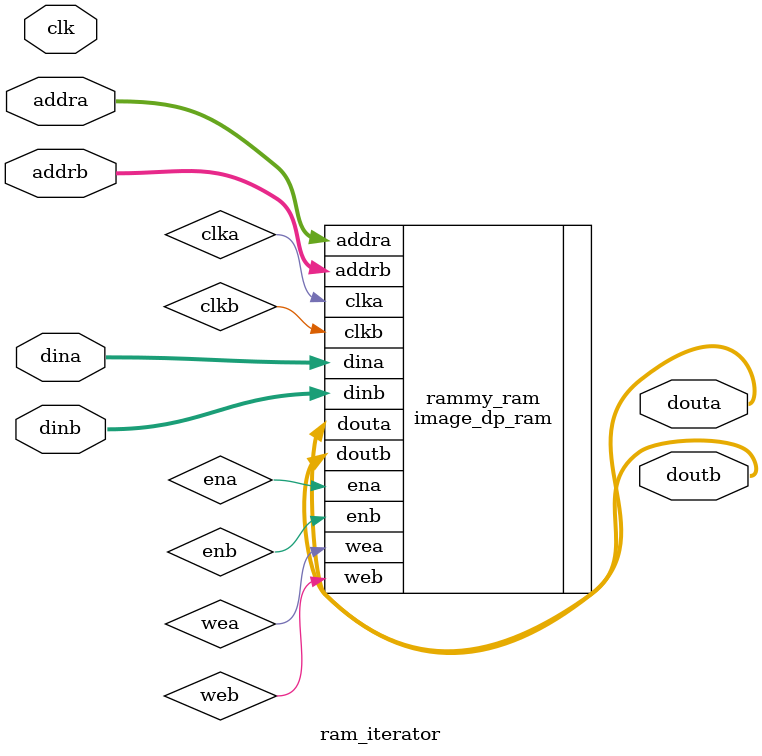
<source format=v>
`timescale 1ns / 1ps


module ram_iterator(
    input clk,
    input [15:0] addra,
    input [15:0] addrb,
    input [7:0] dina,
    input [7:0] dinb,
    output [7:0] douta,
    output [7:0] doutb
);    
    
  image_dp_ram rammy_ram (
  .clka(clka),    // input wire clka
  .ena(ena),      // input wire ena
  .wea(wea),      // input wire [0 : 0] wea
  .addra(addra),  // input wire [15 : 0] addra
  .dina(dina),    // input wire [7 : 0] dina
  .douta(douta),  // output wire [7 : 0] douta
  .clkb(clkb),    // input wire clkb
  .enb(enb),      // input wire enb
  .web(web),      // input wire [0 : 0] web
  .addrb(addrb),  // input wire [15 : 0] addrb
  .dinb(dinb),    // input wire [7 : 0] dinb
  .doutb(doutb)  // output wire [7 : 0] doutb
);




endmodule

</source>
